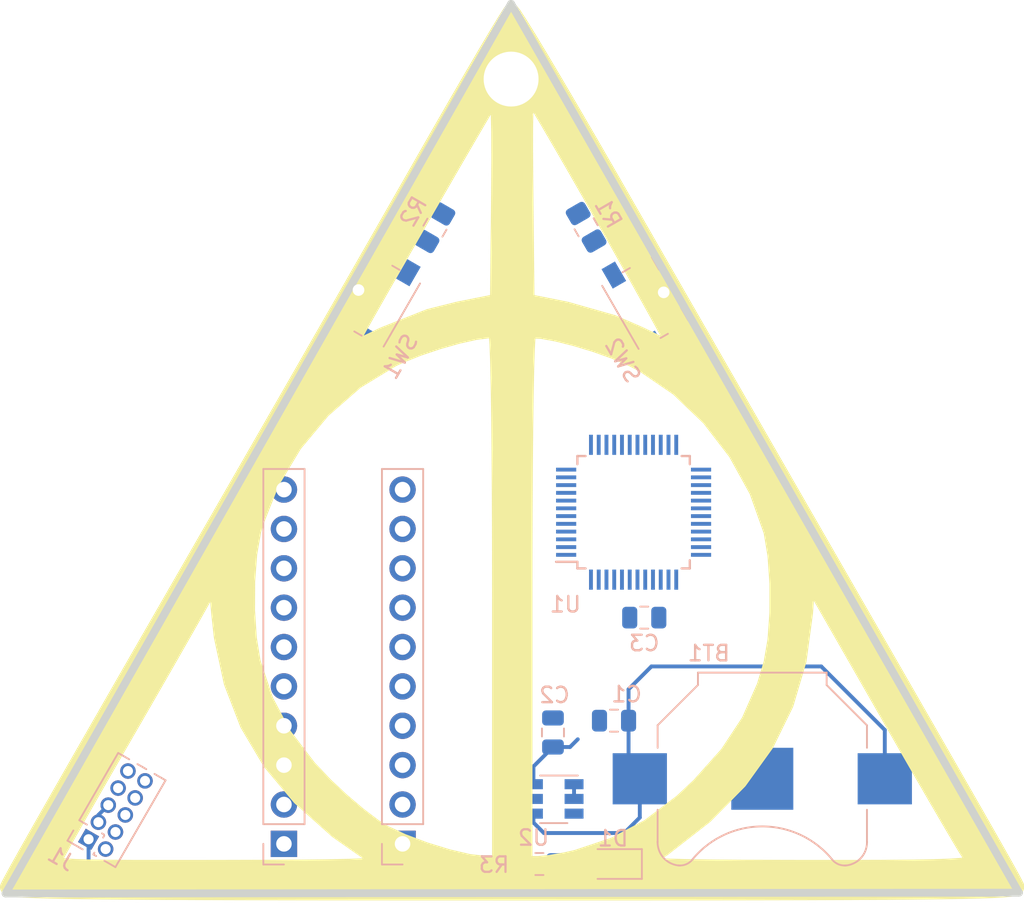
<source format=kicad_pcb>
(kicad_pcb (version 20171130) (host pcbnew "(5.1.2)-1")

  (general
    (thickness 1.6)
    (drawings 3)
    (tracks 32)
    (zones 0)
    (modules 16)
    (nets 71)
  )

  (page A4)
  (layers
    (0 F.Cu signal)
    (31 B.Cu signal)
    (32 B.Adhes user)
    (33 F.Adhes user)
    (34 B.Paste user)
    (35 F.Paste user)
    (36 B.SilkS user)
    (37 F.SilkS user hide)
    (38 B.Mask user)
    (39 F.Mask user)
    (40 Dwgs.User user)
    (41 Cmts.User user)
    (42 Eco1.User user)
    (43 Eco2.User user)
    (44 Edge.Cuts user)
    (45 Margin user)
    (46 B.CrtYd user)
    (47 F.CrtYd user)
    (48 B.Fab user)
    (49 F.Fab user)
  )

  (setup
    (last_trace_width 0.25)
    (trace_clearance 0.2)
    (zone_clearance 0.508)
    (zone_45_only no)
    (trace_min 0.2)
    (via_size 0.8)
    (via_drill 0.4)
    (via_min_size 0.4)
    (via_min_drill 0.3)
    (uvia_size 0.3)
    (uvia_drill 0.1)
    (uvias_allowed no)
    (uvia_min_size 0.2)
    (uvia_min_drill 0.1)
    (edge_width 0.05)
    (segment_width 0.2)
    (pcb_text_width 0.3)
    (pcb_text_size 1.5 1.5)
    (mod_edge_width 0.12)
    (mod_text_size 1 1)
    (mod_text_width 0.15)
    (pad_size 1.524 1.524)
    (pad_drill 0.762)
    (pad_to_mask_clearance 0.051)
    (solder_mask_min_width 0.25)
    (aux_axis_origin 0 0)
    (visible_elements 7FFFFFFF)
    (pcbplotparams
      (layerselection 0x010fc_ffffffff)
      (usegerberextensions false)
      (usegerberattributes false)
      (usegerberadvancedattributes false)
      (creategerberjobfile false)
      (excludeedgelayer true)
      (linewidth 0.100000)
      (plotframeref false)
      (viasonmask false)
      (mode 1)
      (useauxorigin false)
      (hpglpennumber 1)
      (hpglpenspeed 20)
      (hpglpendiameter 15.000000)
      (psnegative false)
      (psa4output false)
      (plotreference true)
      (plotvalue true)
      (plotinvisibletext false)
      (padsonsilk false)
      (subtractmaskfromsilk false)
      (outputformat 1)
      (mirror false)
      (drillshape 1)
      (scaleselection 1)
      (outputdirectory ""))
  )

  (net 0 "")
  (net 1 "Net-(U1-Pad48)")
  (net 2 "Net-(U1-Pad47)")
  (net 3 "Net-(U1-Pad41)")
  (net 4 "Net-(U1-Pad39)")
  (net 5 "Net-(U1-Pad38)")
  (net 6 "Net-(U1-Pad37)")
  (net 7 "Net-(U1-Pad34)")
  (net 8 "Net-(U1-Pad33)")
  (net 9 "Net-(U1-Pad32)")
  (net 10 "Net-(U1-Pad31)")
  (net 11 "Net-(U1-Pad30)")
  (net 12 "Net-(U1-Pad29)")
  (net 13 "Net-(U1-Pad28)")
  (net 14 "Net-(U1-Pad27)")
  (net 15 "Net-(U1-Pad26)")
  (net 16 "Net-(U1-Pad25)")
  (net 17 "Net-(U1-Pad24)")
  (net 18 "Net-(U1-Pad23)")
  (net 19 "Net-(U1-Pad22)")
  (net 20 "Net-(U1-Pad21)")
  (net 21 "Net-(U1-Pad20)")
  (net 22 "Net-(U1-Pad19)")
  (net 23 "Net-(U1-Pad16)")
  (net 24 "Net-(U1-Pad15)")
  (net 25 "Net-(U1-Pad14)")
  (net 26 "Net-(U1-Pad13)")
  (net 27 "Net-(U1-Pad12)")
  (net 28 "Net-(U1-Pad11)")
  (net 29 "Net-(U1-Pad10)")
  (net 30 "Net-(U1-Pad9)")
  (net 31 "Net-(U1-Pad8)")
  (net 32 "Net-(U1-Pad7)")
  (net 33 "Net-(U1-Pad4)")
  (net 34 "Net-(U1-Pad3)")
  (net 35 "Net-(U1-Pad2)")
  (net 36 "Net-(U1-Pad1)")
  (net 37 GND)
  (net 38 VIN)
  (net 39 VDD)
  (net 40 "Net-(J1-Pad9)")
  (net 41 "Net-(J1-Pad8)")
  (net 42 "Net-(J1-Pad7)")
  (net 43 "Net-(J1-Pad6)")
  (net 44 RESET)
  (net 45 BTN)
  (net 46 RST)
  (net 47 SWDCLK)
  (net 48 SWDIO)
  (net 49 "Net-(C3-Pad1)")
  (net 50 "Net-(J2-Pad10)")
  (net 51 "Net-(J2-Pad9)")
  (net 52 "Net-(J2-Pad8)")
  (net 53 "Net-(J2-Pad7)")
  (net 54 "Net-(J2-Pad6)")
  (net 55 "Net-(J2-Pad5)")
  (net 56 "Net-(J2-Pad4)")
  (net 57 "Net-(J2-Pad3)")
  (net 58 "Net-(J2-Pad2)")
  (net 59 "Net-(J2-Pad1)")
  (net 60 "Net-(J3-Pad10)")
  (net 61 "Net-(J3-Pad9)")
  (net 62 "Net-(J3-Pad8)")
  (net 63 "Net-(J3-Pad7)")
  (net 64 "Net-(J3-Pad6)")
  (net 65 "Net-(J3-Pad5)")
  (net 66 "Net-(J3-Pad4)")
  (net 67 "Net-(J3-Pad3)")
  (net 68 "Net-(J3-Pad2)")
  (net 69 "Net-(J3-Pad1)")
  (net 70 "Net-(D1-Pad2)")

  (net_class Default "This is the default net class."
    (clearance 0.2)
    (trace_width 0.25)
    (via_dia 0.8)
    (via_drill 0.4)
    (uvia_dia 0.3)
    (uvia_drill 0.1)
    (add_net BTN)
    (add_net GND)
    (add_net "Net-(C3-Pad1)")
    (add_net "Net-(D1-Pad2)")
    (add_net "Net-(J1-Pad6)")
    (add_net "Net-(J1-Pad7)")
    (add_net "Net-(J1-Pad8)")
    (add_net "Net-(J1-Pad9)")
    (add_net "Net-(J2-Pad1)")
    (add_net "Net-(J2-Pad10)")
    (add_net "Net-(J2-Pad2)")
    (add_net "Net-(J2-Pad3)")
    (add_net "Net-(J2-Pad4)")
    (add_net "Net-(J2-Pad5)")
    (add_net "Net-(J2-Pad6)")
    (add_net "Net-(J2-Pad7)")
    (add_net "Net-(J2-Pad8)")
    (add_net "Net-(J2-Pad9)")
    (add_net "Net-(J3-Pad1)")
    (add_net "Net-(J3-Pad10)")
    (add_net "Net-(J3-Pad2)")
    (add_net "Net-(J3-Pad3)")
    (add_net "Net-(J3-Pad4)")
    (add_net "Net-(J3-Pad5)")
    (add_net "Net-(J3-Pad6)")
    (add_net "Net-(J3-Pad7)")
    (add_net "Net-(J3-Pad8)")
    (add_net "Net-(J3-Pad9)")
    (add_net "Net-(U1-Pad1)")
    (add_net "Net-(U1-Pad10)")
    (add_net "Net-(U1-Pad11)")
    (add_net "Net-(U1-Pad12)")
    (add_net "Net-(U1-Pad13)")
    (add_net "Net-(U1-Pad14)")
    (add_net "Net-(U1-Pad15)")
    (add_net "Net-(U1-Pad16)")
    (add_net "Net-(U1-Pad19)")
    (add_net "Net-(U1-Pad2)")
    (add_net "Net-(U1-Pad20)")
    (add_net "Net-(U1-Pad21)")
    (add_net "Net-(U1-Pad22)")
    (add_net "Net-(U1-Pad23)")
    (add_net "Net-(U1-Pad24)")
    (add_net "Net-(U1-Pad25)")
    (add_net "Net-(U1-Pad26)")
    (add_net "Net-(U1-Pad27)")
    (add_net "Net-(U1-Pad28)")
    (add_net "Net-(U1-Pad29)")
    (add_net "Net-(U1-Pad3)")
    (add_net "Net-(U1-Pad30)")
    (add_net "Net-(U1-Pad31)")
    (add_net "Net-(U1-Pad32)")
    (add_net "Net-(U1-Pad33)")
    (add_net "Net-(U1-Pad34)")
    (add_net "Net-(U1-Pad37)")
    (add_net "Net-(U1-Pad38)")
    (add_net "Net-(U1-Pad39)")
    (add_net "Net-(U1-Pad4)")
    (add_net "Net-(U1-Pad41)")
    (add_net "Net-(U1-Pad47)")
    (add_net "Net-(U1-Pad48)")
    (add_net "Net-(U1-Pad7)")
    (add_net "Net-(U1-Pad8)")
    (add_net "Net-(U1-Pad9)")
    (add_net RESET)
    (add_net RST)
    (add_net SWDCLK)
    (add_net SWDIO)
    (add_net VDD)
    (add_net VIN)
  )

  (module Resistor_SMD:R_0805_2012Metric_Pad1.15x1.40mm_HandSolder (layer B.Cu) (tedit 5B36C52B) (tstamp 5CE6D83F)
    (at 150.875 120.2)
    (descr "Resistor SMD 0805 (2012 Metric), square (rectangular) end terminal, IPC_7351 nominal with elongated pad for handsoldering. (Body size source: https://docs.google.com/spreadsheets/d/1BsfQQcO9C6DZCsRaXUlFlo91Tg2WpOkGARC1WS5S8t0/edit?usp=sharing), generated with kicad-footprint-generator")
    (tags "resistor handsolder")
    (path /5CEF0CAE)
    (attr smd)
    (fp_text reference R3 (at -2.925 0.05) (layer B.SilkS)
      (effects (font (size 1 1) (thickness 0.15)) (justify mirror))
    )
    (fp_text value 680 (at 0 -1.65) (layer B.Fab)
      (effects (font (size 1 1) (thickness 0.15)) (justify mirror))
    )
    (fp_text user %R (at 0 0) (layer B.Fab)
      (effects (font (size 0.5 0.5) (thickness 0.08)) (justify mirror))
    )
    (fp_line (start 1.85 -0.95) (end -1.85 -0.95) (layer B.CrtYd) (width 0.05))
    (fp_line (start 1.85 0.95) (end 1.85 -0.95) (layer B.CrtYd) (width 0.05))
    (fp_line (start -1.85 0.95) (end 1.85 0.95) (layer B.CrtYd) (width 0.05))
    (fp_line (start -1.85 -0.95) (end -1.85 0.95) (layer B.CrtYd) (width 0.05))
    (fp_line (start -0.261252 -0.71) (end 0.261252 -0.71) (layer B.SilkS) (width 0.12))
    (fp_line (start -0.261252 0.71) (end 0.261252 0.71) (layer B.SilkS) (width 0.12))
    (fp_line (start 1 -0.6) (end -1 -0.6) (layer B.Fab) (width 0.1))
    (fp_line (start 1 0.6) (end 1 -0.6) (layer B.Fab) (width 0.1))
    (fp_line (start -1 0.6) (end 1 0.6) (layer B.Fab) (width 0.1))
    (fp_line (start -1 -0.6) (end -1 0.6) (layer B.Fab) (width 0.1))
    (pad 2 smd roundrect (at 1.025 0) (size 1.15 1.4) (layers B.Cu B.Paste B.Mask) (roundrect_rratio 0.217391)
      (net 70 "Net-(D1-Pad2)"))
    (pad 1 smd roundrect (at -1.025 0) (size 1.15 1.4) (layers B.Cu B.Paste B.Mask) (roundrect_rratio 0.217391)
      (net 39 VDD))
    (model ${KISYS3DMOD}/Resistor_SMD.3dshapes/R_0805_2012Metric.wrl
      (at (xyz 0 0 0))
      (scale (xyz 1 1 1))
      (rotate (xyz 0 0 0))
    )
  )

  (module LED_SMD:LED_0805_2012Metric_Pad1.15x1.40mm_HandSolder (layer B.Cu) (tedit 5B4B45C9) (tstamp 5CE6D884)
    (at 155.625 120.2 180)
    (descr "LED SMD 0805 (2012 Metric), square (rectangular) end terminal, IPC_7351 nominal, (Body size source: https://docs.google.com/spreadsheets/d/1BsfQQcO9C6DZCsRaXUlFlo91Tg2WpOkGARC1WS5S8t0/edit?usp=sharing), generated with kicad-footprint-generator")
    (tags "LED handsolder")
    (path /5CEEEB50)
    (attr smd)
    (fp_text reference D1 (at 0 1.65) (layer B.SilkS)
      (effects (font (size 1 1) (thickness 0.15)) (justify mirror))
    )
    (fp_text value LED (at -3.225 -0.95) (layer B.Fab) hide
      (effects (font (size 1 1) (thickness 0.15)) (justify mirror))
    )
    (fp_text user %R (at 0 0) (layer B.Fab) hide
      (effects (font (size 0.5 0.5) (thickness 0.08)) (justify mirror))
    )
    (fp_line (start 1.85 -0.95) (end -1.85 -0.95) (layer B.CrtYd) (width 0.05))
    (fp_line (start 1.85 0.95) (end 1.85 -0.95) (layer B.CrtYd) (width 0.05))
    (fp_line (start -1.85 0.95) (end 1.85 0.95) (layer B.CrtYd) (width 0.05))
    (fp_line (start -1.85 -0.95) (end -1.85 0.95) (layer B.CrtYd) (width 0.05))
    (fp_line (start -1.86 -0.96) (end 1 -0.96) (layer B.SilkS) (width 0.12))
    (fp_line (start -1.86 0.96) (end -1.86 -0.96) (layer B.SilkS) (width 0.12))
    (fp_line (start 1 0.96) (end -1.86 0.96) (layer B.SilkS) (width 0.12))
    (fp_line (start 1 -0.6) (end 1 0.6) (layer B.Fab) (width 0.1))
    (fp_line (start -1 -0.6) (end 1 -0.6) (layer B.Fab) (width 0.1))
    (fp_line (start -1 0.3) (end -1 -0.6) (layer B.Fab) (width 0.1))
    (fp_line (start -0.7 0.6) (end -1 0.3) (layer B.Fab) (width 0.1))
    (fp_line (start 1 0.6) (end -0.7 0.6) (layer B.Fab) (width 0.1))
    (pad 2 smd roundrect (at 1.025 0 180) (size 1.15 1.4) (layers B.Cu B.Paste B.Mask) (roundrect_rratio 0.217391)
      (net 70 "Net-(D1-Pad2)"))
    (pad 1 smd roundrect (at -1.025 0 180) (size 1.15 1.4) (layers B.Cu B.Paste B.Mask) (roundrect_rratio 0.217391)
      (net 37 GND))
    (model ${KISYS3DMOD}/LED_SMD.3dshapes/LED_0805_2012Metric.wrl
      (at (xyz 0 0 0))
      (scale (xyz 1 1 1))
      (rotate (xyz 0 0 0))
    )
  )

  (module Connector_PinHeader_2.54mm:PinHeader_1x10_P2.54mm_Vertical (layer B.Cu) (tedit 59FED5CC) (tstamp 5CE6C0A9)
    (at 142.05 118.9)
    (descr "Through hole straight pin header, 1x10, 2.54mm pitch, single row")
    (tags "Through hole pin header THT 1x10 2.54mm single row")
    (path /5CEE467A)
    (fp_text reference J3 (at 0 2.33) (layer B.SilkS) hide
      (effects (font (size 1 1) (thickness 0.15)) (justify mirror))
    )
    (fp_text value Conn_01x10 (at 2.6 -20.25 90) (layer B.Fab) hide
      (effects (font (size 1 1) (thickness 0.15)) (justify mirror))
    )
    (fp_text user %R (at 0 -11.43 -90) (layer B.Fab) hide
      (effects (font (size 1 1) (thickness 0.15)) (justify mirror))
    )
    (fp_line (start 1.8 1.8) (end -1.8 1.8) (layer B.CrtYd) (width 0.05))
    (fp_line (start 1.8 -24.65) (end 1.8 1.8) (layer B.CrtYd) (width 0.05))
    (fp_line (start -1.8 -24.65) (end 1.8 -24.65) (layer B.CrtYd) (width 0.05))
    (fp_line (start -1.8 1.8) (end -1.8 -24.65) (layer B.CrtYd) (width 0.05))
    (fp_line (start -1.33 1.33) (end 0 1.33) (layer B.SilkS) (width 0.12))
    (fp_line (start -1.33 0) (end -1.33 1.33) (layer B.SilkS) (width 0.12))
    (fp_line (start -1.33 -1.27) (end 1.33 -1.27) (layer B.SilkS) (width 0.12))
    (fp_line (start 1.33 -1.27) (end 1.33 -24.19) (layer B.SilkS) (width 0.12))
    (fp_line (start -1.33 -1.27) (end -1.33 -24.19) (layer B.SilkS) (width 0.12))
    (fp_line (start -1.33 -24.19) (end 1.33 -24.19) (layer B.SilkS) (width 0.12))
    (fp_line (start -1.27 0.635) (end -0.635 1.27) (layer B.Fab) (width 0.1))
    (fp_line (start -1.27 -24.13) (end -1.27 0.635) (layer B.Fab) (width 0.1))
    (fp_line (start 1.27 -24.13) (end -1.27 -24.13) (layer B.Fab) (width 0.1))
    (fp_line (start 1.27 1.27) (end 1.27 -24.13) (layer B.Fab) (width 0.1))
    (fp_line (start -0.635 1.27) (end 1.27 1.27) (layer B.Fab) (width 0.1))
    (pad 10 thru_hole oval (at 0 -22.86) (size 1.7 1.7) (drill 1) (layers *.Cu *.Mask)
      (net 60 "Net-(J3-Pad10)"))
    (pad 9 thru_hole oval (at 0 -20.32) (size 1.7 1.7) (drill 1) (layers *.Cu *.Mask)
      (net 61 "Net-(J3-Pad9)"))
    (pad 8 thru_hole oval (at 0 -17.78) (size 1.7 1.7) (drill 1) (layers *.Cu *.Mask)
      (net 62 "Net-(J3-Pad8)"))
    (pad 7 thru_hole oval (at 0 -15.24) (size 1.7 1.7) (drill 1) (layers *.Cu *.Mask)
      (net 63 "Net-(J3-Pad7)"))
    (pad 6 thru_hole oval (at 0 -12.7) (size 1.7 1.7) (drill 1) (layers *.Cu *.Mask)
      (net 64 "Net-(J3-Pad6)"))
    (pad 5 thru_hole oval (at 0 -10.16) (size 1.7 1.7) (drill 1) (layers *.Cu *.Mask)
      (net 65 "Net-(J3-Pad5)"))
    (pad 4 thru_hole oval (at 0 -7.62) (size 1.7 1.7) (drill 1) (layers *.Cu *.Mask)
      (net 66 "Net-(J3-Pad4)"))
    (pad 3 thru_hole oval (at 0 -5.08) (size 1.7 1.7) (drill 1) (layers *.Cu *.Mask)
      (net 67 "Net-(J3-Pad3)"))
    (pad 2 thru_hole oval (at 0 -2.54) (size 1.7 1.7) (drill 1) (layers *.Cu *.Mask)
      (net 68 "Net-(J3-Pad2)"))
    (pad 1 thru_hole rect (at 0 0) (size 1.7 1.7) (drill 1) (layers *.Cu *.Mask)
      (net 69 "Net-(J3-Pad1)"))
    (model ${KISYS3DMOD}/Connector_PinHeader_2.54mm.3dshapes/PinHeader_1x10_P2.54mm_Vertical.wrl
      (at (xyz 0 0 0))
      (scale (xyz 1 1 1))
      (rotate (xyz 0 0 0))
    )
  )

  (module Connector_PinHeader_2.54mm:PinHeader_1x10_P2.54mm_Vertical (layer B.Cu) (tedit 59FED5CC) (tstamp 5CE6DC10)
    (at 134.4 118.9)
    (descr "Through hole straight pin header, 1x10, 2.54mm pitch, single row")
    (tags "Through hole pin header THT 1x10 2.54mm single row")
    (path /5CEE1FB2)
    (fp_text reference J2 (at 0 2.33) (layer B.SilkS) hide
      (effects (font (size 1 1) (thickness 0.15)) (justify mirror))
    )
    (fp_text value Conn_01x10 (at 2.65 -20.2 90) (layer B.Fab) hide
      (effects (font (size 1 1) (thickness 0.15)) (justify mirror))
    )
    (fp_text user %R (at 0 -11.43 -90) (layer B.Fab)
      (effects (font (size 1 1) (thickness 0.15)) (justify mirror))
    )
    (fp_line (start 1.8 1.8) (end -1.8 1.8) (layer B.CrtYd) (width 0.05))
    (fp_line (start 1.8 -24.65) (end 1.8 1.8) (layer B.CrtYd) (width 0.05))
    (fp_line (start -1.8 -24.65) (end 1.8 -24.65) (layer B.CrtYd) (width 0.05))
    (fp_line (start -1.8 1.8) (end -1.8 -24.65) (layer B.CrtYd) (width 0.05))
    (fp_line (start -1.33 1.33) (end 0 1.33) (layer B.SilkS) (width 0.12))
    (fp_line (start -1.33 0) (end -1.33 1.33) (layer B.SilkS) (width 0.12))
    (fp_line (start -1.33 -1.27) (end 1.33 -1.27) (layer B.SilkS) (width 0.12))
    (fp_line (start 1.33 -1.27) (end 1.33 -24.19) (layer B.SilkS) (width 0.12))
    (fp_line (start -1.33 -1.27) (end -1.33 -24.19) (layer B.SilkS) (width 0.12))
    (fp_line (start -1.33 -24.19) (end 1.33 -24.19) (layer B.SilkS) (width 0.12))
    (fp_line (start -1.27 0.635) (end -0.635 1.27) (layer B.Fab) (width 0.1))
    (fp_line (start -1.27 -24.13) (end -1.27 0.635) (layer B.Fab) (width 0.1))
    (fp_line (start 1.27 -24.13) (end -1.27 -24.13) (layer B.Fab) (width 0.1))
    (fp_line (start 1.27 1.27) (end 1.27 -24.13) (layer B.Fab) (width 0.1))
    (fp_line (start -0.635 1.27) (end 1.27 1.27) (layer B.Fab) (width 0.1))
    (pad 10 thru_hole oval (at 0 -22.86) (size 1.7 1.7) (drill 1) (layers *.Cu *.Mask)
      (net 50 "Net-(J2-Pad10)"))
    (pad 9 thru_hole oval (at 0 -20.32) (size 1.7 1.7) (drill 1) (layers *.Cu *.Mask)
      (net 51 "Net-(J2-Pad9)"))
    (pad 8 thru_hole oval (at 0 -17.78) (size 1.7 1.7) (drill 1) (layers *.Cu *.Mask)
      (net 52 "Net-(J2-Pad8)"))
    (pad 7 thru_hole oval (at 0 -15.24) (size 1.7 1.7) (drill 1) (layers *.Cu *.Mask)
      (net 53 "Net-(J2-Pad7)"))
    (pad 6 thru_hole oval (at 0 -12.7) (size 1.7 1.7) (drill 1) (layers *.Cu *.Mask)
      (net 54 "Net-(J2-Pad6)"))
    (pad 5 thru_hole oval (at 0 -10.16) (size 1.7 1.7) (drill 1) (layers *.Cu *.Mask)
      (net 55 "Net-(J2-Pad5)"))
    (pad 4 thru_hole oval (at 0 -7.62) (size 1.7 1.7) (drill 1) (layers *.Cu *.Mask)
      (net 56 "Net-(J2-Pad4)"))
    (pad 3 thru_hole oval (at 0 -5.08) (size 1.7 1.7) (drill 1) (layers *.Cu *.Mask)
      (net 57 "Net-(J2-Pad3)"))
    (pad 2 thru_hole oval (at 0 -2.54) (size 1.7 1.7) (drill 1) (layers *.Cu *.Mask)
      (net 58 "Net-(J2-Pad2)"))
    (pad 1 thru_hole rect (at 0 0) (size 1.7 1.7) (drill 1) (layers *.Cu *.Mask)
      (net 59 "Net-(J2-Pad1)"))
    (model ${KISYS3DMOD}/Connector_PinHeader_2.54mm.3dshapes/PinHeader_1x10_P2.54mm_Vertical.wrl
      (at (xyz 0 0 0))
      (scale (xyz 1 1 1))
      (rotate (xyz 0 0 0))
    )
  )

  (module Capacitor_SMD:C_0805_2012Metric (layer B.Cu) (tedit 5B36C52B) (tstamp 5CE6CB4E)
    (at 157.6375 104.3)
    (descr "Capacitor SMD 0805 (2012 Metric), square (rectangular) end terminal, IPC_7351 nominal, (Body size source: https://docs.google.com/spreadsheets/d/1BsfQQcO9C6DZCsRaXUlFlo91Tg2WpOkGARC1WS5S8t0/edit?usp=sharing), generated with kicad-footprint-generator")
    (tags capacitor)
    (path /5CEBDF10)
    (attr smd)
    (fp_text reference C3 (at 0 1.65) (layer B.SilkS)
      (effects (font (size 1 1) (thickness 0.15)) (justify mirror))
    )
    (fp_text value 1uF (at 0 -1.65) (layer B.Fab)
      (effects (font (size 1 1) (thickness 0.15)) (justify mirror))
    )
    (fp_text user %R (at 0 0) (layer B.Fab)
      (effects (font (size 0.5 0.5) (thickness 0.08)) (justify mirror))
    )
    (fp_line (start 1.68 -0.95) (end -1.68 -0.95) (layer B.CrtYd) (width 0.05))
    (fp_line (start 1.68 0.95) (end 1.68 -0.95) (layer B.CrtYd) (width 0.05))
    (fp_line (start -1.68 0.95) (end 1.68 0.95) (layer B.CrtYd) (width 0.05))
    (fp_line (start -1.68 -0.95) (end -1.68 0.95) (layer B.CrtYd) (width 0.05))
    (fp_line (start -0.258578 -0.71) (end 0.258578 -0.71) (layer B.SilkS) (width 0.12))
    (fp_line (start -0.258578 0.71) (end 0.258578 0.71) (layer B.SilkS) (width 0.12))
    (fp_line (start 1 -0.6) (end -1 -0.6) (layer B.Fab) (width 0.1))
    (fp_line (start 1 0.6) (end 1 -0.6) (layer B.Fab) (width 0.1))
    (fp_line (start -1 0.6) (end 1 0.6) (layer B.Fab) (width 0.1))
    (fp_line (start -1 -0.6) (end -1 0.6) (layer B.Fab) (width 0.1))
    (pad 2 smd roundrect (at 0.9375 0) (size 0.975 1.4) (layers B.Cu B.Paste B.Mask) (roundrect_rratio 0.25)
      (net 37 GND))
    (pad 1 smd roundrect (at -0.9375 0) (size 0.975 1.4) (layers B.Cu B.Paste B.Mask) (roundrect_rratio 0.25)
      (net 49 "Net-(C3-Pad1)"))
    (model ${KISYS3DMOD}/Capacitor_SMD.3dshapes/C_0805_2012Metric.wrl
      (at (xyz 0 0 0))
      (scale (xyz 1 1 1))
      (rotate (xyz 0 0 0))
    )
  )

  (module Battery:BatteryHolder_Keystone_3000_1x12mm (layer B.Cu) (tedit 58972371) (tstamp 5CE6C74B)
    (at 165.25 114.7 180)
    (descr http://www.keyelco.com/product-pdf.cfm?p=777)
    (tags "Keystone type 3000 coin cell retainer")
    (path /5CE7D931)
    (attr smd)
    (fp_text reference BT1 (at 3.45 8.1) (layer B.SilkS)
      (effects (font (size 1 1) (thickness 0.15)) (justify mirror))
    )
    (fp_text value Battery_Cell (at 0 -7.5) (layer B.Fab)
      (effects (font (size 1 1) (thickness 0.15)) (justify mirror))
    )
    (fp_line (start -4 6.7) (end 4 6.7) (layer B.Fab) (width 0.1))
    (fp_line (start -4 6.7) (end -4 6) (layer B.Fab) (width 0.1))
    (fp_line (start 4 6.7) (end 4 6) (layer B.Fab) (width 0.1))
    (fp_line (start -4 6) (end -6.6 3.4) (layer B.Fab) (width 0.1))
    (fp_line (start 4 6) (end 6.6 3.4) (layer B.Fab) (width 0.1))
    (fp_line (start -6.6 3.4) (end -6.6 -4.1) (layer B.Fab) (width 0.1))
    (fp_line (start 6.6 3.4) (end 6.6 -4.1) (layer B.Fab) (width 0.1))
    (fp_arc (start -5.25 -4.1) (end -5.3 -5.45) (angle -90) (layer B.Fab) (width 0.1))
    (fp_line (start 10.15 -2.15) (end 7.25 -2.15) (layer B.CrtYd) (width 0.05))
    (fp_line (start 10.15 2.15) (end 10.15 -2.15) (layer B.CrtYd) (width 0.05))
    (fp_line (start 7.25 2.15) (end 10.15 2.15) (layer B.CrtYd) (width 0.05))
    (fp_line (start -10.15 -2.15) (end -7.25 -2.15) (layer B.CrtYd) (width 0.05))
    (fp_line (start -10.15 2.15) (end -10.15 -2.15) (layer B.CrtYd) (width 0.05))
    (fp_line (start -7.25 2.15) (end -10.15 2.15) (layer B.CrtYd) (width 0.05))
    (fp_line (start 6.75 3.45) (end 6.75 2) (layer B.SilkS) (width 0.12))
    (fp_line (start 4.15 6.05) (end 6.75 3.45) (layer B.SilkS) (width 0.12))
    (fp_line (start 4.15 6.85) (end 4.15 6.05) (layer B.SilkS) (width 0.12))
    (fp_line (start -4.15 6.85) (end 4.15 6.85) (layer B.SilkS) (width 0.12))
    (fp_line (start -4.15 6.05) (end -4.15 6.85) (layer B.SilkS) (width 0.12))
    (fp_line (start -6.75 3.45) (end -4.15 6.05) (layer B.SilkS) (width 0.12))
    (fp_line (start -6.75 2) (end -6.75 3.45) (layer B.SilkS) (width 0.12))
    (fp_line (start -7.25 2.15) (end -7.25 3.8) (layer B.CrtYd) (width 0.05))
    (fp_line (start -7.25 3.8) (end -4.65 6.4) (layer B.CrtYd) (width 0.05))
    (fp_line (start -4.65 6.4) (end -4.65 7.35) (layer B.CrtYd) (width 0.05))
    (fp_line (start -4.65 7.35) (end 4.65 7.35) (layer B.CrtYd) (width 0.05))
    (fp_line (start 4.65 6.4) (end 4.65 7.35) (layer B.CrtYd) (width 0.05))
    (fp_line (start 7.25 3.8) (end 4.65 6.4) (layer B.CrtYd) (width 0.05))
    (fp_line (start 7.25 2.15) (end 7.25 3.8) (layer B.CrtYd) (width 0.05))
    (fp_arc (start 5.25 -4.1) (end 5.3 -5.45) (angle 90) (layer B.Fab) (width 0.1))
    (fp_line (start -6.75 -2) (end -6.75 -4.1) (layer B.SilkS) (width 0.12))
    (fp_line (start 6.75 -2) (end 6.75 -4.1) (layer B.SilkS) (width 0.12))
    (fp_line (start 7.25 -2.15) (end 7.25 -4.1) (layer B.CrtYd) (width 0.05))
    (fp_line (start -7.25 -2.15) (end -7.25 -4.1) (layer B.CrtYd) (width 0.05))
    (fp_arc (start -5.25 -4.1) (end -5.3 -5.6) (angle -90) (layer B.SilkS) (width 0.12))
    (fp_arc (start 5.25 -4.1) (end 5.3 -5.6) (angle 90) (layer B.SilkS) (width 0.12))
    (fp_arc (start -5.25 -4.1) (end -5.3 -6.1) (angle -90) (layer B.CrtYd) (width 0.05))
    (fp_arc (start 0 -8.9) (end -4.6 -5.1) (angle -101) (layer B.Fab) (width 0.1))
    (fp_arc (start -5.29 -4.6) (end -4.6 -5.1) (angle -60) (layer B.Fab) (width 0.1))
    (fp_arc (start 5.29 -4.6) (end 4.6 -5.1) (angle 60) (layer B.Fab) (width 0.1))
    (fp_arc (start 0 -8.9) (end -4.5 -5.2) (angle -101) (layer B.SilkS) (width 0.12))
    (fp_arc (start -5.29 -4.6) (end -4.5 -5.2) (angle -60) (layer B.SilkS) (width 0.12))
    (fp_arc (start 5.29 -4.6) (end 4.5 -5.2) (angle 60) (layer B.SilkS) (width 0.12))
    (fp_circle (center 0 0) (end 0 -6.25) (layer Dwgs.User) (width 0.15))
    (fp_arc (start -5.29 -4.6) (end -4.22 -5.65) (angle -54.1) (layer B.CrtYd) (width 0.05))
    (fp_arc (start 5.29 -4.6) (end 4.22 -5.65) (angle 54.1) (layer B.CrtYd) (width 0.05))
    (fp_arc (start 5.25 -4.1) (end 5.3 -6.1) (angle 90) (layer B.CrtYd) (width 0.05))
    (fp_arc (start 0 0) (end 0 -6.75) (angle 36.6) (layer B.CrtYd) (width 0.05))
    (fp_arc (start 0.11 -9.15) (end -4.22 -5.65) (angle -3.1) (layer B.CrtYd) (width 0.05))
    (fp_arc (start 0.11 -9.15) (end 4.22 -5.65) (angle 3.1) (layer B.CrtYd) (width 0.05))
    (fp_arc (start 0 0) (end 0 -6.75) (angle -36.6) (layer B.CrtYd) (width 0.05))
    (fp_text user %R (at 0 0) (layer B.Fab)
      (effects (font (size 1 1) (thickness 0.15)) (justify mirror))
    )
    (pad 2 smd rect (at 0 0 180) (size 4 4) (layers B.Cu B.Mask)
      (net 37 GND))
    (pad 1 smd rect (at 7.9 0 180) (size 3.5 3.3) (layers B.Cu B.Paste B.Mask)
      (net 38 VIN))
    (pad 1 smd rect (at -7.9 0 180) (size 3.5 3.3) (layers B.Cu B.Paste B.Mask)
      (net 38 VIN))
    (model ${KISYS3DMOD}/Battery.3dshapes/BatteryHolder_Keystone_3000_1x12mm.wrl
      (at (xyz 0 0 0))
      (scale (xyz 1 1 1))
      (rotate (xyz 0 0 0))
    )
  )

  (module Connector_PinHeader_1.27mm:PinHeader_2x05_P1.27mm_Vertical (layer B.Cu) (tedit 59FED6E3) (tstamp 5CE6851E)
    (at 121.8 118.6 330)
    (descr "Through hole straight pin header, 2x05, 1.27mm pitch, double rows")
    (tags "Through hole pin header THT 2x05 1.27mm double row")
    (path /5CE55AAE)
    (fp_text reference J1 (at -0.890544 1.957532 150) (layer B.SilkS)
      (effects (font (size 1 1) (thickness 0.15)) (justify mirror))
    )
    (fp_text value Conn_ARM_JTAG_SWD_10 (at 0.635 -6.775 150) (layer B.Fab) hide
      (effects (font (size 1 1) (thickness 0.15)) (justify mirror))
    )
    (fp_text user %R (at 0.635 -2.54 240) (layer B.Fab) hide
      (effects (font (size 1 1) (thickness 0.15)) (justify mirror))
    )
    (fp_line (start 2.85 1.15) (end -1.6 1.15) (layer B.CrtYd) (width 0.05))
    (fp_line (start 2.85 -6.25) (end 2.85 1.15) (layer B.CrtYd) (width 0.05))
    (fp_line (start -1.6 -6.25) (end 2.85 -6.25) (layer B.CrtYd) (width 0.05))
    (fp_line (start -1.6 1.15) (end -1.6 -6.25) (layer B.CrtYd) (width 0.05))
    (fp_line (start -1.13 0.76) (end 0 0.76) (layer B.SilkS) (width 0.12))
    (fp_line (start -1.13 0) (end -1.13 0.76) (layer B.SilkS) (width 0.12))
    (fp_line (start 1.57753 0.695) (end 2.4 0.695) (layer B.SilkS) (width 0.12))
    (fp_line (start 0.76 0.695) (end 0.96247 0.695) (layer B.SilkS) (width 0.12))
    (fp_line (start 0.76 0.563471) (end 0.76 0.695) (layer B.SilkS) (width 0.12))
    (fp_line (start 0.76 -0.706529) (end 0.76 -0.563471) (layer B.SilkS) (width 0.12))
    (fp_line (start 0.563471 -0.76) (end 0.706529 -0.76) (layer B.SilkS) (width 0.12))
    (fp_line (start -1.13 -0.76) (end -0.563471 -0.76) (layer B.SilkS) (width 0.12))
    (fp_line (start 2.4 0.695) (end 2.4 -5.775) (layer B.SilkS) (width 0.12))
    (fp_line (start -1.13 -0.76) (end -1.13 -5.775) (layer B.SilkS) (width 0.12))
    (fp_line (start 0.30753 -5.775) (end 0.96247 -5.775) (layer B.SilkS) (width 0.12))
    (fp_line (start 1.57753 -5.775) (end 2.4 -5.775) (layer B.SilkS) (width 0.12))
    (fp_line (start -1.13 -5.775) (end -0.30753 -5.775) (layer B.SilkS) (width 0.12))
    (fp_line (start -1.07 -0.2175) (end -0.2175 0.635) (layer B.Fab) (width 0.1))
    (fp_line (start -1.07 -5.715) (end -1.07 -0.2175) (layer B.Fab) (width 0.1))
    (fp_line (start 2.34 -5.715) (end -1.07 -5.715) (layer B.Fab) (width 0.1))
    (fp_line (start 2.34 0.635) (end 2.34 -5.715) (layer B.Fab) (width 0.1))
    (fp_line (start -0.2175 0.635) (end 2.34 0.635) (layer B.Fab) (width 0.1))
    (pad 10 thru_hole oval (at 1.27 -5.08 330) (size 1 1) (drill 0.65) (layers *.Cu *.Mask)
      (net 44 RESET))
    (pad 9 thru_hole oval (at 0 -5.08 330) (size 1 1) (drill 0.65) (layers *.Cu *.Mask)
      (net 40 "Net-(J1-Pad9)"))
    (pad 8 thru_hole oval (at 1.27 -3.81 330) (size 1 1) (drill 0.65) (layers *.Cu *.Mask)
      (net 41 "Net-(J1-Pad8)"))
    (pad 7 thru_hole oval (at 0 -3.81 330) (size 1 1) (drill 0.65) (layers *.Cu *.Mask)
      (net 42 "Net-(J1-Pad7)"))
    (pad 6 thru_hole oval (at 1.27 -2.54 330) (size 1 1) (drill 0.65) (layers *.Cu *.Mask)
      (net 43 "Net-(J1-Pad6)"))
    (pad 5 thru_hole oval (at 0 -2.54 330) (size 1 1) (drill 0.65) (layers *.Cu *.Mask)
      (net 37 GND))
    (pad 4 thru_hole oval (at 1.27 -1.27 330) (size 1 1) (drill 0.65) (layers *.Cu *.Mask)
      (net 47 SWDCLK))
    (pad 3 thru_hole oval (at 0 -1.27 330) (size 1 1) (drill 0.65) (layers *.Cu *.Mask)
      (net 37 GND))
    (pad 2 thru_hole oval (at 1.27 0 330) (size 1 1) (drill 0.65) (layers *.Cu *.Mask)
      (net 48 SWDIO))
    (pad 1 thru_hole rect (at 0 0 330) (size 1 1) (drill 0.65) (layers *.Cu *.Mask)
      (net 39 VDD))
    (model ${KISYS3DMOD}/Connector_PinHeader_1.27mm.3dshapes/PinHeader_2x05_P1.27mm_Vertical.wrl
      (at (xyz 0 0 0))
      (scale (xyz 1 1 1))
      (rotate (xyz 0 0 0))
    )
  )

  (module Resistor_SMD:R_0805_2012Metric_Pad1.15x1.40mm_HandSolder (layer B.Cu) (tedit 5B36C52B) (tstamp 5CE5CCE9)
    (at 144.1375 79.137676 60)
    (descr "Resistor SMD 0805 (2012 Metric), square (rectangular) end terminal, IPC_7351 nominal with elongated pad for handsoldering. (Body size source: https://docs.google.com/spreadsheets/d/1BsfQQcO9C6DZCsRaXUlFlo91Tg2WpOkGARC1WS5S8t0/edit?usp=sharing), generated with kicad-footprint-generator")
    (tags "resistor handsolder")
    (path /5CE8353A)
    (attr smd)
    (fp_text reference R2 (at 0.204904 -1.720448 60) (layer B.SilkS)
      (effects (font (size 1 1) (thickness 0.15)) (justify mirror))
    )
    (fp_text value 10k (at 0 -1.65 60) (layer B.Fab)
      (effects (font (size 1 1) (thickness 0.15)) (justify mirror))
    )
    (fp_text user %R (at 0 0 60) (layer B.Fab)
      (effects (font (size 0.5 0.5) (thickness 0.08)) (justify mirror))
    )
    (fp_line (start 1.85 -0.95) (end -1.85 -0.95) (layer B.CrtYd) (width 0.05))
    (fp_line (start 1.85 0.95) (end 1.85 -0.95) (layer B.CrtYd) (width 0.05))
    (fp_line (start -1.85 0.95) (end 1.85 0.95) (layer B.CrtYd) (width 0.05))
    (fp_line (start -1.85 -0.95) (end -1.85 0.95) (layer B.CrtYd) (width 0.05))
    (fp_line (start -0.261252 -0.71) (end 0.261252 -0.71) (layer B.SilkS) (width 0.12))
    (fp_line (start -0.261252 0.71) (end 0.261252 0.71) (layer B.SilkS) (width 0.12))
    (fp_line (start 1 -0.6) (end -1 -0.6) (layer B.Fab) (width 0.1))
    (fp_line (start 1 0.6) (end 1 -0.6) (layer B.Fab) (width 0.1))
    (fp_line (start -1 0.6) (end 1 0.6) (layer B.Fab) (width 0.1))
    (fp_line (start -1 -0.6) (end -1 0.6) (layer B.Fab) (width 0.1))
    (pad 2 smd roundrect (at 1.025 0 60) (size 1.15 1.4) (layers B.Cu B.Paste B.Mask) (roundrect_rratio 0.217391)
      (net 39 VDD))
    (pad 1 smd roundrect (at -1.025 0 60) (size 1.15 1.4) (layers B.Cu B.Paste B.Mask) (roundrect_rratio 0.217391)
      (net 46 RST))
    (model ${KISYS3DMOD}/Resistor_SMD.3dshapes/R_0805_2012Metric.wrl
      (at (xyz 0 0 0))
      (scale (xyz 1 1 1))
      (rotate (xyz 0 0 0))
    )
  )

  (module Resistor_SMD:R_0805_2012Metric_Pad1.15x1.40mm_HandSolder (layer B.Cu) (tedit 5B36C52B) (tstamp 5CE5CCD8)
    (at 153.8875 79.112324 120)
    (descr "Resistor SMD 0805 (2012 Metric), square (rectangular) end terminal, IPC_7351 nominal with elongated pad for handsoldering. (Body size source: https://docs.google.com/spreadsheets/d/1BsfQQcO9C6DZCsRaXUlFlo91Tg2WpOkGARC1WS5S8t0/edit?usp=sharing), generated with kicad-footprint-generator")
    (tags "resistor handsolder")
    (path /5CE83CE8)
    (attr smd)
    (fp_text reference R1 (at 0.075625 1.693662 120) (layer B.SilkS)
      (effects (font (size 1 1) (thickness 0.15)) (justify mirror))
    )
    (fp_text value 10k (at 0 -1.65 120) (layer B.Fab) hide
      (effects (font (size 1 1) (thickness 0.15)) (justify mirror))
    )
    (fp_text user %R (at 0 0 120) (layer B.Fab) hide
      (effects (font (size 0.5 0.5) (thickness 0.08)) (justify mirror))
    )
    (fp_line (start 1.85 -0.95) (end -1.85 -0.95) (layer B.CrtYd) (width 0.05))
    (fp_line (start 1.85 0.95) (end 1.85 -0.95) (layer B.CrtYd) (width 0.05))
    (fp_line (start -1.85 0.95) (end 1.85 0.95) (layer B.CrtYd) (width 0.05))
    (fp_line (start -1.85 -0.95) (end -1.85 0.95) (layer B.CrtYd) (width 0.05))
    (fp_line (start -0.261252 -0.71) (end 0.261252 -0.71) (layer B.SilkS) (width 0.12))
    (fp_line (start -0.261252 0.71) (end 0.261252 0.71) (layer B.SilkS) (width 0.12))
    (fp_line (start 1 -0.6) (end -1 -0.6) (layer B.Fab) (width 0.1))
    (fp_line (start 1 0.6) (end 1 -0.6) (layer B.Fab) (width 0.1))
    (fp_line (start -1 0.6) (end 1 0.6) (layer B.Fab) (width 0.1))
    (fp_line (start -1 -0.6) (end -1 0.6) (layer B.Fab) (width 0.1))
    (pad 2 smd roundrect (at 1.025 0 120) (size 1.15 1.4) (layers B.Cu B.Paste B.Mask) (roundrect_rratio 0.217391)
      (net 37 GND))
    (pad 1 smd roundrect (at -1.025 0 120) (size 1.15 1.4) (layers B.Cu B.Paste B.Mask) (roundrect_rratio 0.217391)
      (net 45 BTN))
    (model ${KISYS3DMOD}/Resistor_SMD.3dshapes/R_0805_2012Metric.wrl
      (at (xyz 0 0 0))
      (scale (xyz 1 1 1))
      (rotate (xyz 0 0 0))
    )
  )

  (module Package_TO_SOT_SMD:TSOT-23-6 (layer B.Cu) (tedit 5A02FF57) (tstamp 5CE6C6E8)
    (at 151.8 116 180)
    (descr "6-pin TSOT23 package, http://cds.linear.com/docs/en/packaging/SOT_6_05-08-1636.pdf")
    (tags "TSOT-23-6 MK06A TSOT-6")
    (path /5CE695E5)
    (attr smd)
    (fp_text reference U2 (at 1.3 -2.5) (layer B.SilkS)
      (effects (font (size 1 1) (thickness 0.15)) (justify mirror))
    )
    (fp_text value LT1790-2.5 (at 0 -2.5) (layer B.Fab)
      (effects (font (size 1 1) (thickness 0.15)) (justify mirror))
    )
    (fp_line (start 2.17 -1.7) (end -2.17 -1.7) (layer B.CrtYd) (width 0.05))
    (fp_line (start 2.17 -1.7) (end 2.17 1.7) (layer B.CrtYd) (width 0.05))
    (fp_line (start -2.17 1.7) (end -2.17 -1.7) (layer B.CrtYd) (width 0.05))
    (fp_line (start -2.17 1.7) (end 2.17 1.7) (layer B.CrtYd) (width 0.05))
    (fp_line (start 0.88 1.45) (end 0.88 -1.45) (layer B.Fab) (width 0.1))
    (fp_line (start 0.88 -1.45) (end -0.88 -1.45) (layer B.Fab) (width 0.1))
    (fp_line (start -0.88 1) (end -0.88 -1.45) (layer B.Fab) (width 0.1))
    (fp_line (start 0.88 1.45) (end -0.43 1.45) (layer B.Fab) (width 0.1))
    (fp_line (start -0.88 1) (end -0.43 1.45) (layer B.Fab) (width 0.1))
    (fp_line (start 0.88 1.51) (end -1.55 1.51) (layer B.SilkS) (width 0.12))
    (fp_line (start -0.88 -1.56) (end 0.88 -1.56) (layer B.SilkS) (width 0.12))
    (fp_text user %R (at 0 0 270) (layer B.Fab)
      (effects (font (size 0.5 0.5) (thickness 0.075)) (justify mirror))
    )
    (pad 6 smd rect (at 1.31 0.95 180) (size 1.22 0.65) (layers B.Cu B.Paste B.Mask)
      (net 39 VDD))
    (pad 5 smd rect (at 1.31 0 180) (size 1.22 0.65) (layers B.Cu B.Paste B.Mask))
    (pad 4 smd rect (at 1.31 -0.95 180) (size 1.22 0.65) (layers B.Cu B.Paste B.Mask)
      (net 38 VIN))
    (pad 3 smd rect (at -1.31 -0.95 180) (size 1.22 0.65) (layers B.Cu B.Paste B.Mask))
    (pad 2 smd rect (at -1.31 0 180) (size 1.22 0.65) (layers B.Cu B.Paste B.Mask)
      (net 37 GND))
    (pad 1 smd rect (at -1.31 0.95 180) (size 1.22 0.65) (layers B.Cu B.Paste B.Mask)
      (net 37 GND))
    (model ${KISYS3DMOD}/Package_TO_SOT_SMD.3dshapes/TSOT-23-6.wrl
      (at (xyz 0 0 0))
      (scale (xyz 1 1 1))
      (rotate (xyz 0 0 0))
    )
  )

  (module Button_Switch_SMD:Panasonic_EVQPUM_EVQPUD (layer B.Cu) (tedit 5A02FC95) (tstamp 5CE610F2)
    (at 157.7 84 120)
    (descr http://industrial.panasonic.com/cdbs/www-data/pdf/ATV0000/ATV0000CE5.pdf)
    (tags "SMD SMT SPST EVQPUM EVQPUD")
    (path /5CE60AF3)
    (attr smd)
    (fp_text reference SW2 (at -2.479294 -3.105737 120) (layer B.SilkS)
      (effects (font (size 1 1) (thickness 0.15)) (justify mirror))
    )
    (fp_text value SW_Push (at 0 -3.5 120) (layer B.Fab) hide
      (effects (font (size 1 1) (thickness 0.15)) (justify mirror))
    )
    (fp_line (start 3.8 3.25) (end -3.8 3.25) (layer B.CrtYd) (width 0.05))
    (fp_line (start 3.8 -2.25) (end -3.8 -2.25) (layer B.CrtYd) (width 0.05))
    (fp_line (start -3.8 -2.25) (end -3.8 3.25) (layer B.CrtYd) (width 0.05))
    (fp_line (start -1.425 1.85) (end -2.35 1.85) (layer B.SilkS) (width 0.12))
    (fp_line (start 2.45 -0.275) (end 2.45 0.275) (layer B.SilkS) (width 0.12))
    (fp_line (start 2.35 -1.75) (end -2.35 -1.75) (layer B.Fab) (width 0.1))
    (fp_line (start 2.35 1.75) (end -2.35 1.75) (layer B.Fab) (width 0.1))
    (fp_line (start -2.35 -1.75) (end -2.35 1.75) (layer B.Fab) (width 0.1))
    (fp_line (start 2.35 -1.75) (end 2.35 1.75) (layer B.Fab) (width 0.1))
    (fp_line (start 1.3 2.75) (end -1.3 2.75) (layer B.Fab) (width 0.1))
    (fp_line (start 1.3 2.75) (end 1.3 1.75) (layer B.Fab) (width 0.1))
    (fp_line (start -1.3 2.75) (end -1.3 1.75) (layer B.Fab) (width 0.1))
    (fp_line (start -2.45 -0.275) (end -2.45 0.275) (layer B.SilkS) (width 0.12))
    (fp_line (start 2.35 -1.85) (end -2.35 -1.85) (layer B.SilkS) (width 0.12))
    (fp_line (start 2.35 1.85) (end 1.425 1.85) (layer B.SilkS) (width 0.12))
    (fp_line (start 3.8 -2.25) (end 3.8 3.25) (layer B.CrtYd) (width 0.05))
    (fp_text user %R (at 0 0 120) (layer B.Fab) hide
      (effects (font (size 1 1) (thickness 0.15)) (justify mirror))
    )
    (pad "" np_thru_hole circle (at 0 1.375 300) (size 0.75 0.75) (drill 0.75) (layers *.Cu *.Mask))
    (pad "" np_thru_hole circle (at 0 -1.375 300) (size 0.75 0.75) (drill 0.75) (layers *.Cu *.Mask))
    (pad 1 smd rect (at 2.575 0.85 300) (size 1.45 1) (layers B.Cu B.Paste B.Mask)
      (net 39 VDD))
    (pad 1 smd rect (at -2.575 0.85 300) (size 1.45 1) (layers B.Cu B.Paste B.Mask)
      (net 39 VDD))
    (pad 2 smd rect (at -2.575 -0.85 300) (size 1.45 1) (layers B.Cu B.Paste B.Mask)
      (net 45 BTN))
    (pad 2 smd rect (at 2.575 -0.85 300) (size 1.45 1) (layers B.Cu B.Paste B.Mask)
      (net 45 BTN))
    (model ${KISYS3DMOD}/Button_Switch_SMD.3dshapes/Panasonic_EVQPUM_EVQPUD.wrl
      (at (xyz 0 0 0))
      (scale (xyz 1 1 1))
      (rotate (xyz 0 0 0))
    )
  )

  (module Button_Switch_SMD:Panasonic_EVQPUM_EVQPUD (layer B.Cu) (tedit 5A02FC95) (tstamp 5CE61066)
    (at 140.4 83.85 240)
    (descr http://industrial.panasonic.com/cdbs/www-data/pdf/ATV0000/ATV0000CE5.pdf)
    (tags "SMD SMT SPST EVQPUM EVQPUD")
    (path /5CE6046F)
    (attr smd)
    (fp_text reference SW1 (at 2.367691 -3.099038 60) (layer B.SilkS)
      (effects (font (size 1 1) (thickness 0.15)) (justify mirror))
    )
    (fp_text value SW_Push (at 0 -3.5 60) (layer B.Fab) hide
      (effects (font (size 1 1) (thickness 0.15)) (justify mirror))
    )
    (fp_line (start 3.8 3.25) (end -3.8 3.25) (layer B.CrtYd) (width 0.05))
    (fp_line (start 3.8 -2.25) (end -3.8 -2.25) (layer B.CrtYd) (width 0.05))
    (fp_line (start -3.8 -2.25) (end -3.8 3.25) (layer B.CrtYd) (width 0.05))
    (fp_line (start -1.425 1.85) (end -2.35 1.85) (layer B.SilkS) (width 0.12))
    (fp_line (start 2.45 -0.275) (end 2.45 0.275) (layer B.SilkS) (width 0.12))
    (fp_line (start 2.35 -1.75) (end -2.35 -1.75) (layer B.Fab) (width 0.1))
    (fp_line (start 2.35 1.75) (end -2.35 1.75) (layer B.Fab) (width 0.1))
    (fp_line (start -2.35 -1.75) (end -2.35 1.75) (layer B.Fab) (width 0.1))
    (fp_line (start 2.35 -1.75) (end 2.35 1.75) (layer B.Fab) (width 0.1))
    (fp_line (start 1.3 2.75) (end -1.3 2.75) (layer B.Fab) (width 0.1))
    (fp_line (start 1.3 2.75) (end 1.3 1.75) (layer B.Fab) (width 0.1))
    (fp_line (start -1.3 2.75) (end -1.3 1.75) (layer B.Fab) (width 0.1))
    (fp_line (start -2.45 -0.275) (end -2.45 0.275) (layer B.SilkS) (width 0.12))
    (fp_line (start 2.35 -1.85) (end -2.35 -1.85) (layer B.SilkS) (width 0.12))
    (fp_line (start 2.35 1.85) (end 1.425 1.85) (layer B.SilkS) (width 0.12))
    (fp_line (start 3.8 -2.25) (end 3.8 3.25) (layer B.CrtYd) (width 0.05))
    (fp_text user %R (at 0 0 60) (layer B.Fab) hide
      (effects (font (size 1 1) (thickness 0.15)) (justify mirror))
    )
    (pad "" np_thru_hole circle (at 0 1.375 60) (size 0.75 0.75) (drill 0.75) (layers *.Cu *.Mask))
    (pad "" np_thru_hole circle (at 0 -1.375 60) (size 0.75 0.75) (drill 0.75) (layers *.Cu *.Mask))
    (pad 1 smd rect (at 2.575 0.85 60) (size 1.45 1) (layers B.Cu B.Paste B.Mask)
      (net 37 GND))
    (pad 1 smd rect (at -2.575 0.85 60) (size 1.45 1) (layers B.Cu B.Paste B.Mask)
      (net 37 GND))
    (pad 2 smd rect (at -2.575 -0.85 60) (size 1.45 1) (layers B.Cu B.Paste B.Mask)
      (net 46 RST))
    (pad 2 smd rect (at 2.575 -0.85 60) (size 1.45 1) (layers B.Cu B.Paste B.Mask)
      (net 46 RST))
    (model ${KISYS3DMOD}/Button_Switch_SMD.3dshapes/Panasonic_EVQPUM_EVQPUD.wrl
      (at (xyz 0 0 0))
      (scale (xyz 1 1 1))
      (rotate (xyz 0 0 0))
    )
  )

  (module Capacitor_SMD:C_0805_2012Metric (layer B.Cu) (tedit 5B36C52B) (tstamp 5CE6C7CD)
    (at 151.75 111.7125 270)
    (descr "Capacitor SMD 0805 (2012 Metric), square (rectangular) end terminal, IPC_7351 nominal, (Body size source: https://docs.google.com/spreadsheets/d/1BsfQQcO9C6DZCsRaXUlFlo91Tg2WpOkGARC1WS5S8t0/edit?usp=sharing), generated with kicad-footprint-generator")
    (tags capacitor)
    (path /5CE536A6)
    (attr smd)
    (fp_text reference C2 (at -2.4125 -0.1 180) (layer B.SilkS)
      (effects (font (size 1 1) (thickness 0.15)) (justify mirror))
    )
    (fp_text value 1uF (at 0 -1.65 90) (layer B.Fab) hide
      (effects (font (size 1 1) (thickness 0.15)) (justify mirror))
    )
    (fp_text user %R (at 0 0 90) (layer B.Fab) hide
      (effects (font (size 0.5 0.5) (thickness 0.08)) (justify mirror))
    )
    (fp_line (start 1.68 -0.95) (end -1.68 -0.95) (layer B.CrtYd) (width 0.05))
    (fp_line (start 1.68 0.95) (end 1.68 -0.95) (layer B.CrtYd) (width 0.05))
    (fp_line (start -1.68 0.95) (end 1.68 0.95) (layer B.CrtYd) (width 0.05))
    (fp_line (start -1.68 -0.95) (end -1.68 0.95) (layer B.CrtYd) (width 0.05))
    (fp_line (start -0.258578 -0.71) (end 0.258578 -0.71) (layer B.SilkS) (width 0.12))
    (fp_line (start -0.258578 0.71) (end 0.258578 0.71) (layer B.SilkS) (width 0.12))
    (fp_line (start 1 -0.6) (end -1 -0.6) (layer B.Fab) (width 0.1))
    (fp_line (start 1 0.6) (end 1 -0.6) (layer B.Fab) (width 0.1))
    (fp_line (start -1 0.6) (end 1 0.6) (layer B.Fab) (width 0.1))
    (fp_line (start -1 -0.6) (end -1 0.6) (layer B.Fab) (width 0.1))
    (pad 2 smd roundrect (at 0.9375 0 270) (size 0.975 1.4) (layers B.Cu B.Paste B.Mask) (roundrect_rratio 0.25)
      (net 39 VDD))
    (pad 1 smd roundrect (at -0.9375 0 270) (size 0.975 1.4) (layers B.Cu B.Paste B.Mask) (roundrect_rratio 0.25)
      (net 37 GND))
    (model ${KISYS3DMOD}/Capacitor_SMD.3dshapes/C_0805_2012Metric.wrl
      (at (xyz 0 0 0))
      (scale (xyz 1 1 1))
      (rotate (xyz 0 0 0))
    )
  )

  (module Capacitor_SMD:C_0805_2012Metric (layer B.Cu) (tedit 5B36C52B) (tstamp 5CE6C6B3)
    (at 155.6875 110.95 180)
    (descr "Capacitor SMD 0805 (2012 Metric), square (rectangular) end terminal, IPC_7351 nominal, (Body size source: https://docs.google.com/spreadsheets/d/1BsfQQcO9C6DZCsRaXUlFlo91Tg2WpOkGARC1WS5S8t0/edit?usp=sharing), generated with kicad-footprint-generator")
    (tags capacitor)
    (path /5CE52C11)
    (attr smd)
    (fp_text reference C1 (at -0.8125 1.7) (layer B.SilkS)
      (effects (font (size 1 1) (thickness 0.15)) (justify mirror))
    )
    (fp_text value 1uF (at 0 -1.65) (layer B.Fab) hide
      (effects (font (size 1 1) (thickness 0.15)) (justify mirror))
    )
    (fp_text user %R (at 0 0) (layer B.Fab) hide
      (effects (font (size 0.5 0.5) (thickness 0.08)) (justify mirror))
    )
    (fp_line (start 1.68 -0.95) (end -1.68 -0.95) (layer B.CrtYd) (width 0.05))
    (fp_line (start 1.68 0.95) (end 1.68 -0.95) (layer B.CrtYd) (width 0.05))
    (fp_line (start -1.68 0.95) (end 1.68 0.95) (layer B.CrtYd) (width 0.05))
    (fp_line (start -1.68 -0.95) (end -1.68 0.95) (layer B.CrtYd) (width 0.05))
    (fp_line (start -0.258578 -0.71) (end 0.258578 -0.71) (layer B.SilkS) (width 0.12))
    (fp_line (start -0.258578 0.71) (end 0.258578 0.71) (layer B.SilkS) (width 0.12))
    (fp_line (start 1 -0.6) (end -1 -0.6) (layer B.Fab) (width 0.1))
    (fp_line (start 1 0.6) (end 1 -0.6) (layer B.Fab) (width 0.1))
    (fp_line (start -1 0.6) (end 1 0.6) (layer B.Fab) (width 0.1))
    (fp_line (start -1 -0.6) (end -1 0.6) (layer B.Fab) (width 0.1))
    (pad 2 smd roundrect (at 0.9375 0 180) (size 0.975 1.4) (layers B.Cu B.Paste B.Mask) (roundrect_rratio 0.25)
      (net 37 GND))
    (pad 1 smd roundrect (at -0.9375 0 180) (size 0.975 1.4) (layers B.Cu B.Paste B.Mask) (roundrect_rratio 0.25)
      (net 38 VIN))
    (model ${KISYS3DMOD}/Capacitor_SMD.3dshapes/C_0805_2012Metric.wrl
      (at (xyz 0 0 0))
      (scale (xyz 1 1 1))
      (rotate (xyz 0 0 0))
    )
  )

  (module Package_QFP:TQFP-48_7x7mm_P0.5mm (layer B.Cu) (tedit 5A02F146) (tstamp 5CE6CC87)
    (at 156.95 97.5)
    (descr "48 LEAD TQFP 7x7mm (see MICREL TQFP7x7-48LD-PL-1.pdf)")
    (tags "QFP 0.5")
    (path /5CE4EA72)
    (attr smd)
    (fp_text reference U1 (at -4.4 5.95) (layer B.SilkS)
      (effects (font (size 1 1) (thickness 0.15)) (justify mirror))
    )
    (fp_text value ATSAMD21G18A-AUT (at 0 -6) (layer B.Fab)
      (effects (font (size 1 1) (thickness 0.15)) (justify mirror))
    )
    (fp_line (start -3.625 3.2) (end -5 3.2) (layer B.SilkS) (width 0.15))
    (fp_line (start 3.625 3.625) (end 3.1 3.625) (layer B.SilkS) (width 0.15))
    (fp_line (start 3.625 -3.625) (end 3.1 -3.625) (layer B.SilkS) (width 0.15))
    (fp_line (start -3.625 -3.625) (end -3.1 -3.625) (layer B.SilkS) (width 0.15))
    (fp_line (start -3.625 3.625) (end -3.1 3.625) (layer B.SilkS) (width 0.15))
    (fp_line (start -3.625 -3.625) (end -3.625 -3.1) (layer B.SilkS) (width 0.15))
    (fp_line (start 3.625 -3.625) (end 3.625 -3.1) (layer B.SilkS) (width 0.15))
    (fp_line (start 3.625 3.625) (end 3.625 3.1) (layer B.SilkS) (width 0.15))
    (fp_line (start -3.625 3.625) (end -3.625 3.2) (layer B.SilkS) (width 0.15))
    (fp_line (start -5.25 -5.25) (end 5.25 -5.25) (layer B.CrtYd) (width 0.05))
    (fp_line (start -5.25 5.25) (end 5.25 5.25) (layer B.CrtYd) (width 0.05))
    (fp_line (start 5.25 5.25) (end 5.25 -5.25) (layer B.CrtYd) (width 0.05))
    (fp_line (start -5.25 5.25) (end -5.25 -5.25) (layer B.CrtYd) (width 0.05))
    (fp_line (start -3.5 2.5) (end -2.5 3.5) (layer B.Fab) (width 0.15))
    (fp_line (start -3.5 -3.5) (end -3.5 2.5) (layer B.Fab) (width 0.15))
    (fp_line (start 3.5 -3.5) (end -3.5 -3.5) (layer B.Fab) (width 0.15))
    (fp_line (start 3.5 3.5) (end 3.5 -3.5) (layer B.Fab) (width 0.15))
    (fp_line (start -2.5 3.5) (end 3.5 3.5) (layer B.Fab) (width 0.15))
    (fp_text user %R (at -4.53 5.95) (layer B.Fab)
      (effects (font (size 1 1) (thickness 0.15)) (justify mirror))
    )
    (pad 48 smd rect (at -2.75 4.35 270) (size 1.3 0.25) (layers B.Cu B.Paste B.Mask)
      (net 1 "Net-(U1-Pad48)"))
    (pad 47 smd rect (at -2.25 4.35 270) (size 1.3 0.25) (layers B.Cu B.Paste B.Mask)
      (net 2 "Net-(U1-Pad47)"))
    (pad 46 smd rect (at -1.75 4.35 270) (size 1.3 0.25) (layers B.Cu B.Paste B.Mask)
      (net 48 SWDIO))
    (pad 45 smd rect (at -1.25 4.35 270) (size 1.3 0.25) (layers B.Cu B.Paste B.Mask)
      (net 47 SWDCLK))
    (pad 44 smd rect (at -0.75 4.35 270) (size 1.3 0.25) (layers B.Cu B.Paste B.Mask)
      (net 39 VDD))
    (pad 43 smd rect (at -0.25 4.35 270) (size 1.3 0.25) (layers B.Cu B.Paste B.Mask)
      (net 49 "Net-(C3-Pad1)"))
    (pad 42 smd rect (at 0.25 4.35 270) (size 1.3 0.25) (layers B.Cu B.Paste B.Mask)
      (net 37 GND))
    (pad 41 smd rect (at 0.75 4.35 270) (size 1.3 0.25) (layers B.Cu B.Paste B.Mask)
      (net 3 "Net-(U1-Pad41)"))
    (pad 40 smd rect (at 1.25 4.35 270) (size 1.3 0.25) (layers B.Cu B.Paste B.Mask)
      (net 44 RESET))
    (pad 39 smd rect (at 1.75 4.35 270) (size 1.3 0.25) (layers B.Cu B.Paste B.Mask)
      (net 4 "Net-(U1-Pad39)"))
    (pad 38 smd rect (at 2.25 4.35 270) (size 1.3 0.25) (layers B.Cu B.Paste B.Mask)
      (net 5 "Net-(U1-Pad38)"))
    (pad 37 smd rect (at 2.75 4.35 270) (size 1.3 0.25) (layers B.Cu B.Paste B.Mask)
      (net 6 "Net-(U1-Pad37)"))
    (pad 36 smd rect (at 4.35 2.75) (size 1.3 0.25) (layers B.Cu B.Paste B.Mask)
      (net 39 VDD))
    (pad 35 smd rect (at 4.35 2.25) (size 1.3 0.25) (layers B.Cu B.Paste B.Mask)
      (net 37 GND))
    (pad 34 smd rect (at 4.35 1.75) (size 1.3 0.25) (layers B.Cu B.Paste B.Mask)
      (net 7 "Net-(U1-Pad34)"))
    (pad 33 smd rect (at 4.35 1.25) (size 1.3 0.25) (layers B.Cu B.Paste B.Mask)
      (net 8 "Net-(U1-Pad33)"))
    (pad 32 smd rect (at 4.35 0.75) (size 1.3 0.25) (layers B.Cu B.Paste B.Mask)
      (net 9 "Net-(U1-Pad32)"))
    (pad 31 smd rect (at 4.35 0.25) (size 1.3 0.25) (layers B.Cu B.Paste B.Mask)
      (net 10 "Net-(U1-Pad31)"))
    (pad 30 smd rect (at 4.35 -0.25) (size 1.3 0.25) (layers B.Cu B.Paste B.Mask)
      (net 11 "Net-(U1-Pad30)"))
    (pad 29 smd rect (at 4.35 -0.75) (size 1.3 0.25) (layers B.Cu B.Paste B.Mask)
      (net 12 "Net-(U1-Pad29)"))
    (pad 28 smd rect (at 4.35 -1.25) (size 1.3 0.25) (layers B.Cu B.Paste B.Mask)
      (net 13 "Net-(U1-Pad28)"))
    (pad 27 smd rect (at 4.35 -1.75) (size 1.3 0.25) (layers B.Cu B.Paste B.Mask)
      (net 14 "Net-(U1-Pad27)"))
    (pad 26 smd rect (at 4.35 -2.25) (size 1.3 0.25) (layers B.Cu B.Paste B.Mask)
      (net 15 "Net-(U1-Pad26)"))
    (pad 25 smd rect (at 4.35 -2.75) (size 1.3 0.25) (layers B.Cu B.Paste B.Mask)
      (net 16 "Net-(U1-Pad25)"))
    (pad 24 smd rect (at 2.75 -4.35 270) (size 1.3 0.25) (layers B.Cu B.Paste B.Mask)
      (net 17 "Net-(U1-Pad24)"))
    (pad 23 smd rect (at 2.25 -4.35 270) (size 1.3 0.25) (layers B.Cu B.Paste B.Mask)
      (net 18 "Net-(U1-Pad23)"))
    (pad 22 smd rect (at 1.75 -4.35 270) (size 1.3 0.25) (layers B.Cu B.Paste B.Mask)
      (net 19 "Net-(U1-Pad22)"))
    (pad 21 smd rect (at 1.25 -4.35 270) (size 1.3 0.25) (layers B.Cu B.Paste B.Mask)
      (net 20 "Net-(U1-Pad21)"))
    (pad 20 smd rect (at 0.75 -4.35 270) (size 1.3 0.25) (layers B.Cu B.Paste B.Mask)
      (net 21 "Net-(U1-Pad20)"))
    (pad 19 smd rect (at 0.25 -4.35 270) (size 1.3 0.25) (layers B.Cu B.Paste B.Mask)
      (net 22 "Net-(U1-Pad19)"))
    (pad 18 smd rect (at -0.25 -4.35 270) (size 1.3 0.25) (layers B.Cu B.Paste B.Mask)
      (net 37 GND))
    (pad 17 smd rect (at -0.75 -4.35 270) (size 1.3 0.25) (layers B.Cu B.Paste B.Mask)
      (net 39 VDD))
    (pad 16 smd rect (at -1.25 -4.35 270) (size 1.3 0.25) (layers B.Cu B.Paste B.Mask)
      (net 23 "Net-(U1-Pad16)"))
    (pad 15 smd rect (at -1.75 -4.35 270) (size 1.3 0.25) (layers B.Cu B.Paste B.Mask)
      (net 24 "Net-(U1-Pad15)"))
    (pad 14 smd rect (at -2.25 -4.35 270) (size 1.3 0.25) (layers B.Cu B.Paste B.Mask)
      (net 25 "Net-(U1-Pad14)"))
    (pad 13 smd rect (at -2.75 -4.35 270) (size 1.3 0.25) (layers B.Cu B.Paste B.Mask)
      (net 26 "Net-(U1-Pad13)"))
    (pad 12 smd rect (at -4.35 -2.75) (size 1.3 0.25) (layers B.Cu B.Paste B.Mask)
      (net 27 "Net-(U1-Pad12)"))
    (pad 11 smd rect (at -4.35 -2.25) (size 1.3 0.25) (layers B.Cu B.Paste B.Mask)
      (net 28 "Net-(U1-Pad11)"))
    (pad 10 smd rect (at -4.35 -1.75) (size 1.3 0.25) (layers B.Cu B.Paste B.Mask)
      (net 29 "Net-(U1-Pad10)"))
    (pad 9 smd rect (at -4.35 -1.25) (size 1.3 0.25) (layers B.Cu B.Paste B.Mask)
      (net 30 "Net-(U1-Pad9)"))
    (pad 8 smd rect (at -4.35 -0.75) (size 1.3 0.25) (layers B.Cu B.Paste B.Mask)
      (net 31 "Net-(U1-Pad8)"))
    (pad 7 smd rect (at -4.35 -0.25) (size 1.3 0.25) (layers B.Cu B.Paste B.Mask)
      (net 32 "Net-(U1-Pad7)"))
    (pad 6 smd rect (at -4.35 0.25) (size 1.3 0.25) (layers B.Cu B.Paste B.Mask)
      (net 39 VDD))
    (pad 5 smd rect (at -4.35 0.75) (size 1.3 0.25) (layers B.Cu B.Paste B.Mask)
      (net 37 GND))
    (pad 4 smd rect (at -4.35 1.25) (size 1.3 0.25) (layers B.Cu B.Paste B.Mask)
      (net 33 "Net-(U1-Pad4)"))
    (pad 3 smd rect (at -4.35 1.75) (size 1.3 0.25) (layers B.Cu B.Paste B.Mask)
      (net 34 "Net-(U1-Pad3)"))
    (pad 2 smd rect (at -4.35 2.25) (size 1.3 0.25) (layers B.Cu B.Paste B.Mask)
      (net 35 "Net-(U1-Pad2)"))
    (pad 1 smd rect (at -4.35 2.75) (size 1.3 0.25) (layers B.Cu B.Paste B.Mask)
      (net 36 "Net-(U1-Pad1)"))
    (model ${KISYS3DMOD}/Package_QFP.3dshapes/TQFP-48_7x7mm_P0.5mm.wrl
      (at (xyz 0 0 0))
      (scale (xyz 1 1 1))
      (rotate (xyz 0 0 0))
    )
  )

  (module testKicad:deadthley_hallows (layer F.Cu) (tedit 5CE4E7CE) (tstamp 5CE538BE)
    (at 148.59 93.98)
    (fp_text reference G*** (at 22.56 26.57) (layer Cmts.User) hide
      (effects (font (size 1.524 1.524) (thickness 0.3)))
    )
    (fp_text value LOGO (at 28.36 26.57) (layer Cmts.User) hide
      (effects (font (size 1.524 1.524) (thickness 0.3)))
    )
    (fp_poly (pts (xy 0.642102 -28.599459) (xy 1.051137 -27.968937) (xy 1.670791 -26.963014) (xy 2.474351 -25.62649)
      (xy 3.435106 -24.004164) (xy 4.526344 -22.140838) (xy 5.721354 -20.081309) (xy 6.993424 -17.87038)
      (xy 7.005362 -17.849544) (xy 8.563632 -15.130745) (xy 10.317532 -12.07212) (xy 12.196074 -8.797373)
      (xy 14.128271 -5.430208) (xy 16.043133 -2.094328) (xy 17.869674 1.086566) (xy 19.536904 3.988768)
      (xy 19.93353 4.678948) (xy 22.113414 8.47227) (xy 24.041641 11.828557) (xy 25.733292 14.774234)
      (xy 27.203448 17.335726) (xy 28.46719 19.539456) (xy 29.539599 21.41185) (xy 30.435757 22.979332)
      (xy 31.170743 24.268327) (xy 31.759639 25.305259) (xy 32.217525 26.116553) (xy 32.559483 26.728633)
      (xy 32.800594 27.167924) (xy 32.955938 27.460851) (xy 33.040597 27.633837) (xy 33.058237 27.675863)
      (xy 33.035336 27.735537) (xy 32.900474 27.789034) (xy 32.626794 27.836683) (xy 32.187436 27.878812)
      (xy 31.555543 27.91575) (xy 30.704256 27.947824) (xy 29.606716 27.975364) (xy 28.236065 27.998699)
      (xy 26.565444 28.018156) (xy 24.567996 28.034064) (xy 22.216861 28.046752) (xy 19.485182 28.056548)
      (xy 16.346099 28.063781) (xy 12.772755 28.06878) (xy 8.73829 28.071872) (xy 4.215847 28.073386)
      (xy 0.534737 28.073685) (xy -4.415897 28.072933) (xy -8.857513 28.070485) (xy -12.815824 28.066055)
      (xy -16.316549 28.059355) (xy -19.385401 28.050099) (xy -22.048097 28.038) (xy -24.330353 28.02277)
      (xy -26.257884 28.004123) (xy -27.856406 27.981771) (xy -29.151635 27.955428) (xy -30.169287 27.924806)
      (xy -30.935078 27.889619) (xy -31.474723 27.84958) (xy -31.813937 27.804401) (xy -31.978438 27.753796)
      (xy -32.002083 27.710574) (xy -31.891368 27.481849) (xy -31.640047 27.012814) (xy -31.236642 26.283344)
      (xy -31.143492 26.1174) (xy -29.040559 26.1174) (xy -28.969027 26.212276) (xy -28.759844 26.28819)
      (xy -28.365864 26.347126) (xy -27.73994 26.39107) (xy -26.834924 26.422004) (xy -25.603672 26.441913)
      (xy -23.999036 26.45278) (xy -21.973869 26.45659) (xy -19.481026 26.455327) (xy -18.2765 26.453751)
      (xy -15.484846 26.446617) (xy -13.191046 26.433217) (xy -11.358241 26.412367) (xy -9.949572 26.382886)
      (xy -8.928181 26.343591) (xy -8.257208 26.2933) (xy -7.899794 26.23083) (xy -7.819082 26.154998)
      (xy -7.857777 26.11954) (xy -10.760171 24.085412) (xy -13.157714 21.945733) (xy -15.076182 19.661095)
      (xy -16.541354 17.192087) (xy -17.579008 14.499299) (xy -18.214922 11.543323) (xy -18.384465 10.026316)
      (xy -18.398215 9.858899) (xy -16.554279 9.858899) (xy -16.437595 11.655173) (xy -16.194877 13.151705)
      (xy -16.17177 13.245406) (xy -15.355532 15.68876) (xy -14.181775 17.90108) (xy -12.582183 19.997989)
      (xy -11.516994 21.123331) (xy -10.45856 22.115189) (xy -9.364267 23.043826) (xy -8.376984 23.79289)
      (xy -7.753684 24.188179) (xy -6.521683 24.764317) (xy -5.081823 25.305529) (xy -3.60646 25.75866)
      (xy -2.267953 26.070554) (xy -1.27 26.18778) (xy -0.267368 26.202106) (xy -0.267368 9.106306)
      (xy 1.336842 9.106306) (xy 1.336842 26.202106) (xy 2.216458 26.202106) (xy 2.225159 26.201324)
      (xy 8.904372 26.201324) (xy 9.143042 26.269224) (xy 9.680165 26.324428) (xy 10.552644 26.368124)
      (xy 11.797381 26.401497) (xy 13.451282 26.425736) (xy 15.551247 26.442027) (xy 18.134182 26.451557)
      (xy 19.317369 26.453751) (xy 22.104015 26.454819) (xy 24.398073 26.448376) (xy 26.241657 26.433137)
      (xy 27.67688 26.407821) (xy 28.745855 26.371145) (xy 29.490695 26.321825) (xy 29.953513 26.25858)
      (xy 30.176422 26.180126) (xy 30.212632 26.121895) (xy 30.042673 25.610227) (xy 29.972073 25.520316)
      (xy 29.789259 25.23814) (xy 29.372147 24.543697) (xy 28.751225 23.489295) (xy 27.956978 22.127247)
      (xy 27.019893 20.509863) (xy 25.970457 18.689452) (xy 24.839154 16.718326) (xy 24.662798 16.410298)
      (xy 19.594081 7.55428) (xy 19.433752 9.995071) (xy 19.020414 13.067192) (xy 18.188668 15.884934)
      (xy 16.918424 18.47913) (xy 15.189594 20.880609) (xy 12.982087 23.120205) (xy 10.275815 25.228747)
      (xy 8.927251 26.11954) (xy 8.904372 26.201324) (xy 2.225159 26.201324) (xy 2.965183 26.134815)
      (xy 3.966855 25.961406) (xy 4.689616 25.797034) (xy 7.115916 24.985396) (xy 9.329684 23.812855)
      (xy 11.443628 22.21302) (xy 12.585645 21.145765) (xy 14.418097 19.095188) (xy 15.795595 17.004598)
      (xy 16.791273 14.749891) (xy 17.241244 13.245406) (xy 17.493357 11.779349) (xy 17.619401 9.99833)
      (xy 17.619835 8.106941) (xy 17.495116 6.309772) (xy 17.245701 4.811415) (xy 17.222175 4.717541)
      (xy 16.304383 2.136651) (xy 14.9503 -0.315062) (xy 13.233279 -2.546779) (xy 11.226673 -4.467681)
      (xy 9.003831 -5.986948) (xy 8.267793 -6.369155) (xy 7.155334 -6.846416) (xy 5.897533 -7.295989)
      (xy 4.611625 -7.686716) (xy 3.414842 -7.987435) (xy 2.424419 -8.166986) (xy 1.757589 -8.194208)
      (xy 1.587898 -8.144655) (xy 1.5374 -7.849507) (xy 1.49159 -7.048345) (xy 1.450886 -5.769876)
      (xy 1.415706 -4.042804) (xy 1.386467 -1.895837) (xy 1.363587 0.64232) (xy 1.347485 3.542961)
      (xy 1.338577 6.77738) (xy 1.336842 9.106306) (xy -0.267368 9.106306) (xy -0.271244 5.6652)
      (xy -0.282594 2.538723) (xy -0.300999 -0.244418) (xy -0.326042 -2.655517) (xy -0.357306 -4.66587)
      (xy -0.394371 -6.246769) (xy -0.436822 -7.369508) (xy -0.484239 -8.005383) (xy -0.518424 -8.144655)
      (xy -0.996629 -8.203663) (xy -1.852718 -8.092517) (xy -2.969333 -7.842748) (xy -4.229115 -7.485889)
      (xy -5.514705 -7.053474) (xy -6.708746 -6.577035) (xy -7.199531 -6.349525) (xy -9.549433 -4.911955)
      (xy -11.67683 -3.049753) (xy -13.510264 -0.851249) (xy -14.978279 1.595231) (xy -16.009417 4.201357)
      (xy -16.152701 4.717541) (xy -16.411374 6.185492) (xy -16.545386 7.967475) (xy -16.554279 9.858899)
      (xy -18.398215 9.858899) (xy -18.582105 7.62) (xy -19.613328 9.491579) (xy -20.012818 10.204845)
      (xy -20.636337 11.303196) (xy -21.439536 12.709207) (xy -22.378068 14.345451) (xy -23.407583 16.134503)
      (xy -24.483733 17.998937) (xy -24.743677 18.448421) (xy -25.772875 20.232418) (xy -26.719093 21.882223)
      (xy -27.547828 23.336918) (xy -28.224579 24.535586) (xy -28.714843 25.417311) (xy -28.984118 25.921173)
      (xy -29.021586 26.001579) (xy -29.040559 26.1174) (xy -31.143492 26.1174) (xy -30.669674 25.27331)
      (xy -29.927667 23.962587) (xy -28.999142 22.331048) (xy -27.872623 20.358566) (xy -26.53663 18.025014)
      (xy -24.979688 15.310267) (xy -23.190317 12.194197) (xy -21.157041 8.656677) (xy -18.868381 4.677581)
      (xy -18.71534 4.411579) (xy -17.063304 1.538489) (xy -15.308488 -1.516457) (xy -13.502432 -4.663342)
      (xy -12.242775 -6.859952) (xy -10.16 -6.859952) (xy -9.938258 -6.926899) (xy -9.341111 -7.188411)
      (xy -8.470679 -7.598396) (xy -7.820526 -7.915847) (xy -4.832375 -9.103323) (xy -2.941052 -9.577372)
      (xy -0.401052 -10.082273) (xy -0.329579 -16.997136) (xy -0.315948 -19.214352) (xy -0.319315 -19.919959)
      (xy 1.376539 -19.919959) (xy 1.389088 -18.027129) (xy 1.399045 -17.000964) (xy 1.470526 -10.082273)
      (xy 4.010526 -9.576201) (xy 7.031703 -8.716871) (xy 8.823158 -7.932775) (xy 9.809755 -7.448057)
      (xy 10.598889 -7.077397) (xy 11.082171 -6.8708) (xy 11.179401 -6.845708) (xy 11.072072 -7.081285)
      (xy 10.729431 -7.728457) (xy 10.180809 -8.734163) (xy 9.455535 -10.045338) (xy 8.582939 -11.60892)
      (xy 7.592352 -13.371845) (xy 6.665754 -15.011681) (xy 5.577802 -16.925077) (xy 4.56055 -18.700399)
      (xy 3.646895 -20.281283) (xy 2.869732 -21.611367) (xy 2.261956 -22.634284) (xy 1.856463 -23.293672)
      (xy 1.698029 -23.523511) (xy 1.585066 -23.580982) (xy 1.499093 -23.445885) (xy 1.437684 -23.065226)
      (xy 1.398408 -22.386015) (xy 1.378836 -21.355256) (xy 1.376539 -19.919959) (xy -0.319315 -19.919959)
      (xy -0.324538 -21.014176) (xy -0.354625 -22.370135) (xy -0.405482 -23.255756) (xy -0.476385 -23.644564)
      (xy -0.511945 -23.653368) (xy -0.689785 -23.37962) (xy -1.092341 -22.709419) (xy -1.683016 -21.706467)
      (xy -2.425213 -20.434464) (xy -3.282336 -18.957112) (xy -4.217786 -17.338112) (xy -5.194966 -15.641164)
      (xy -6.17728 -13.929971) (xy -7.128131 -12.268232) (xy -8.01092 -10.71965) (xy -8.789051 -9.347925)
      (xy -9.425926 -8.216758) (xy -9.88495 -7.389851) (xy -10.129523 -6.930904) (xy -10.16 -6.859952)
      (xy -12.242775 -6.859952) (xy -11.696676 -7.812247) (xy -9.942757 -10.873255) (xy -8.292217 -13.756447)
      (xy -6.796593 -16.371907) (xy -5.507427 -18.629717) (xy -5.306931 -18.981289) (xy -4.115171 -21.064494)
      (xy -3.000782 -22.998965) (xy -1.992314 -24.736131) (xy -1.118318 -26.227421) (xy -0.407344 -27.424265)
      (xy 0.112056 -28.27809) (xy 0.411332 -28.740326) (xy 0.470397 -28.809781) (xy 0.642102 -28.599459)) (layer F.SilkS) (width 1))
  )

  (gr_line (start 181.8 122.05) (end 149.05 64.7) (layer Edge.Cuts) (width 0.506) (tstamp 5CE60FE8))
  (gr_line (start 116.45 122.1) (end 181.8 122.05) (layer Edge.Cuts) (width 0.506) (tstamp 5CE6C7EE))
  (gr_line (start 149.05 64.7) (end 116.45 122.1) (layer Edge.Cuts) (width 0.506))

  (via (at 149.05 69.55) (size 4.2) (drill 3.54) (layers F.Cu B.Cu) (net 0))
  (segment (start 153.11 116) (end 153.11 115.05) (width 0.25) (layer B.Cu) (net 37) (tstamp 5CE6C671))
  (segment (start 122.435 117.035295) (end 123.07 116.400295) (width 0.25) (layer B.Cu) (net 37))
  (segment (start 122.435 117.500148) (end 122.435 117.035295) (width 0.25) (layer B.Cu) (net 37))
  (segment (start 156.625 113.975) (end 157.35 114.7) (width 0.25) (layer B.Cu) (net 38) (tstamp 5CE6C69E))
  (segment (start 156.625 110.95) (end 156.625 113.975) (width 0.25) (layer B.Cu) (net 38) (tstamp 5CE6C6A1))
  (segment (start 150.49 117.525) (end 151.165 118.2) (width 0.25) (layer B.Cu) (net 38) (tstamp 5CE6C674))
  (segment (start 150.49 116.95) (end 150.49 117.525) (width 0.25) (layer B.Cu) (net 38) (tstamp 5CE6C67D))
  (segment (start 151.165 118.2) (end 156.35 118.2) (width 0.25) (layer B.Cu) (net 38) (tstamp 5CE6C680))
  (segment (start 157.35 117.2) (end 157.35 114.7) (width 0.25) (layer B.Cu) (net 38) (tstamp 5CE6C67A))
  (segment (start 156.35 118.2) (end 157.35 117.2) (width 0.25) (layer B.Cu) (net 38) (tstamp 5CE6C677))
  (segment (start 156.625 108.925) (end 156.625 110.95) (width 0.25) (layer B.Cu) (net 38) (tstamp 5CE6C695))
  (segment (start 158.1 107.45) (end 156.625 108.925) (width 0.25) (layer B.Cu) (net 38) (tstamp 5CE6C692))
  (segment (start 169.05 107.45) (end 158.1 107.45) (width 0.25) (layer B.Cu) (net 38) (tstamp 5CE6C68C))
  (segment (start 173.15 114.7) (end 173.15 111.55) (width 0.25) (layer B.Cu) (net 38) (tstamp 5CE6C689))
  (segment (start 173.15 111.55) (end 169.05 107.45) (width 0.25) (layer B.Cu) (net 38) (tstamp 5CE6C68F))
  (segment (start 150.49 113.91) (end 151.75 112.65) (width 0.25) (layer B.Cu) (net 39) (tstamp 5CE6C698))
  (segment (start 150.49 115.05) (end 150.49 113.91) (width 0.25) (layer B.Cu) (net 39) (tstamp 5CE6C69B))
  (segment (start 121.8 120.2) (end 121.8 118.6) (width 0.25) (layer B.Cu) (net 39))
  (segment (start 121.8 120.25) (end 121.8 120.2) (width 0.25) (layer B.Cu) (net 39))
  (segment (start 122.55 121) (end 121.8 120.25) (width 0.25) (layer B.Cu) (net 39))
  (segment (start 127.15 121) (end 122.55 121) (width 0.25) (layer B.Cu) (net 39))
  (segment (start 151.75 112.65) (end 152.85 112.65) (width 0.25) (layer B.Cu) (net 39) (tstamp 5CE6C683))
  (segment (start 152.85 112.65) (end 153.35 112.15) (width 0.25) (layer B.Cu) (net 39) (tstamp 5CE6C686))
  (segment (start 149.175 120.2) (end 148.4 119.425) (width 0.25) (layer B.Cu) (net 39))
  (segment (start 149.85 120.2) (end 149.175 120.2) (width 0.25) (layer B.Cu) (net 39))
  (segment (start 148.4 119.425) (end 148.4 115.6) (width 0.25) (layer B.Cu) (net 39))
  (segment (start 148.95 115.05) (end 150.49 115.05) (width 0.25) (layer B.Cu) (net 39))
  (segment (start 148.4 115.6) (end 148.95 115.05) (width 0.25) (layer B.Cu) (net 39))
  (segment (start 148.75 104.0875) (end 148.7625 104.1) (width 0.25) (layer B.Cu) (net 49))
  (segment (start 153.925 120.2) (end 151.9 120.2) (width 0.25) (layer B.Cu) (net 70))
  (segment (start 154.6 120.2) (end 153.925 120.2) (width 0.25) (layer B.Cu) (net 70))

)

</source>
